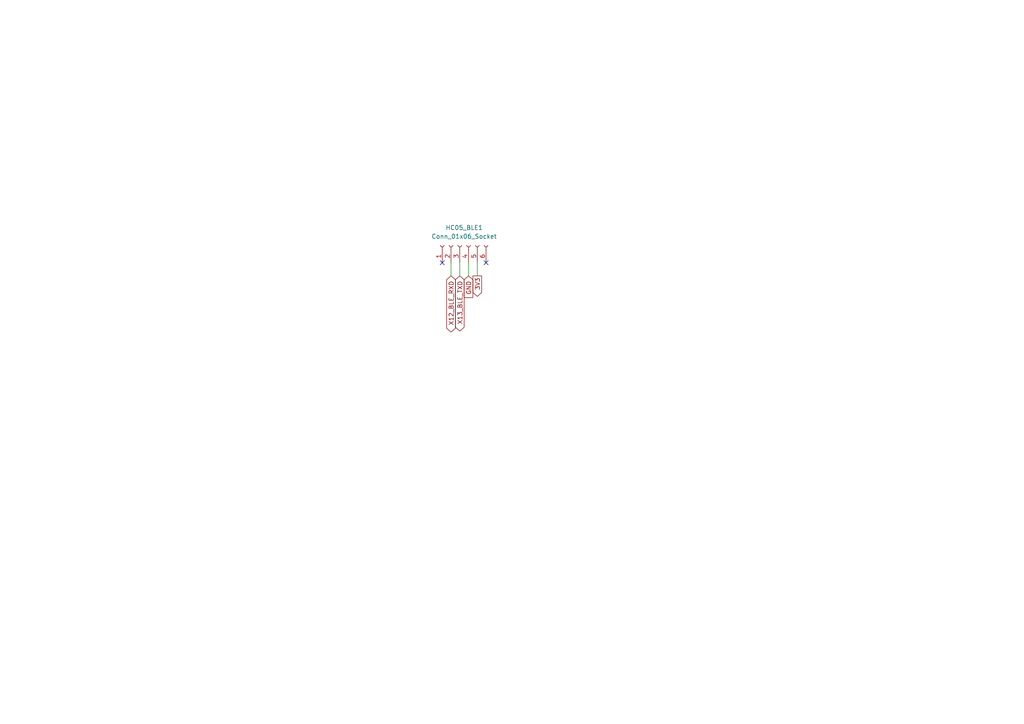
<source format=kicad_sch>
(kicad_sch (version 20231120) (generator "eeschema") (generator_version "8.0")
  (paper "A4")
  (lib_symbols
    (symbol "Connector:Conn_01x06_Socket" (pin_names (offset 1.016) hide)
      (property "Reference" "J" (at 0 7.62 0))
      (property "Value" "Conn_01x06_Socket" (at 0 -10.16 0))
      (symbol "Conn_01x06_Socket_1_1"
        (arc (start 0 -7.112) (mid -0.5058 -7.62) (end 0 -8.128) (stroke (width 0.1524)))
        (arc (start 0 -4.572) (mid -0.5058 -5.08) (end 0 -5.588) (stroke (width 0.1524)))
        (arc (start 0 -2.032) (mid -0.5058 -2.54) (end 0 -3.048) (stroke (width 0.1524)))
        (polyline (pts (xy -1.27 -7.62) (xy -0.508 -7.62)) (stroke (width 0.1524)))
        (polyline (pts (xy -1.27 -5.08) (xy -0.508 -5.08)) (stroke (width 0.1524)))
        (polyline (pts (xy -1.27 -2.54) (xy -0.508 -2.54)) (stroke (width 0.1524)))
        (polyline (pts (xy -1.27 0) (xy -0.508 0)) (stroke (width 0.1524)))
        (polyline (pts (xy -1.27 2.54) (xy -0.508 2.54)) (stroke (width 0.1524)))
        (polyline (pts (xy -1.27 5.08) (xy -0.508 5.08)) (stroke (width 0.1524)))
        (arc (start 0 0.508) (mid -0.5058 0) (end 0 -0.508) (stroke (width 0.1524)))
        (arc (start 0 3.048) (mid -0.5058 2.54) (end 0 2.032) (stroke (width 0.1524)))
        (arc (start 0 5.588) (mid -0.5058 5.08) (end 0 4.572) (stroke (width 0.1524)))
        (pin passive line (at -5.08 5.08 0) (length 3.81) (name "Pin_1") (number "1"))
        (pin passive line (at -5.08 2.54 0) (length 3.81) (name "Pin_2") (number "2"))
        (pin passive line (at -5.08 0 0) (length 3.81) (name "Pin_3") (number "3"))
        (pin passive line (at -5.08 -2.54 0) (length 3.81) (name "Pin_4") (number "4"))
        (pin passive line (at -5.08 -5.08 0) (length 3.81) (name "Pin_5") (number "5"))
        (pin passive line (at -5.08 -7.62 0) (length 3.81) (name "Pin_6") (number "6"))
      )
    )
  )
  (no_connect (at 128.27 76.2))
  (no_connect (at 140.97 76.2))
  (wire (pts (xy 133.35 76.2) (xy 133.35 80.01)))
  (wire (pts (xy 138.43 76.2) (xy 138.43 80.01)))
  (wire (pts (xy 130.81 76.2) (xy 130.81 80.01)))
  (wire (pts (xy 135.89 76.2) (xy 135.89 80.01)))
  (global_label "GND" (shape input) (at 135.89 80.01 270) (property "Intersheetrefs" "${INTERSHEET_REFS}" (effects (hide yes))))
  (global_label "X13_BLE_TXD" (shape bidirectional) (at 133.35 80.01 270) (property "Intersheetrefs" "${INTERSHEET_REFS}" (effects (hide yes))))
  (global_label "3V3" (shape output) (at 138.43 80.01 270) (property "Intersheetrefs" "${INTERSHEET_REFS}" (effects (hide yes))))
  (global_label "X12_BLE_RXD" (shape bidirectional) (at 130.81 80.01 270) (property "Intersheetrefs" "${INTERSHEET_REFS}" (effects (hide yes))))
  (symbol (lib_id "Connector:Conn_01x06_Socket") (at 133.35 71.12 90) (unit 1)
    (property "Reference" "HC05_BLE1" (at 134.62 66.04 90))
    (property "Value" "Conn_01x06_Socket" (at 134.62 68.58 90))
    (property "Footprint" "Connector_PinHeader_2.54mm:PinHeader_1x06_P2.54mm_Vertical_SMD_Pin1Left" (effects (hide yes)))
    (property "Description" "Generic connector, single row, 01x06, script generated" (effects (hide yes)))
  )
)
</source>
